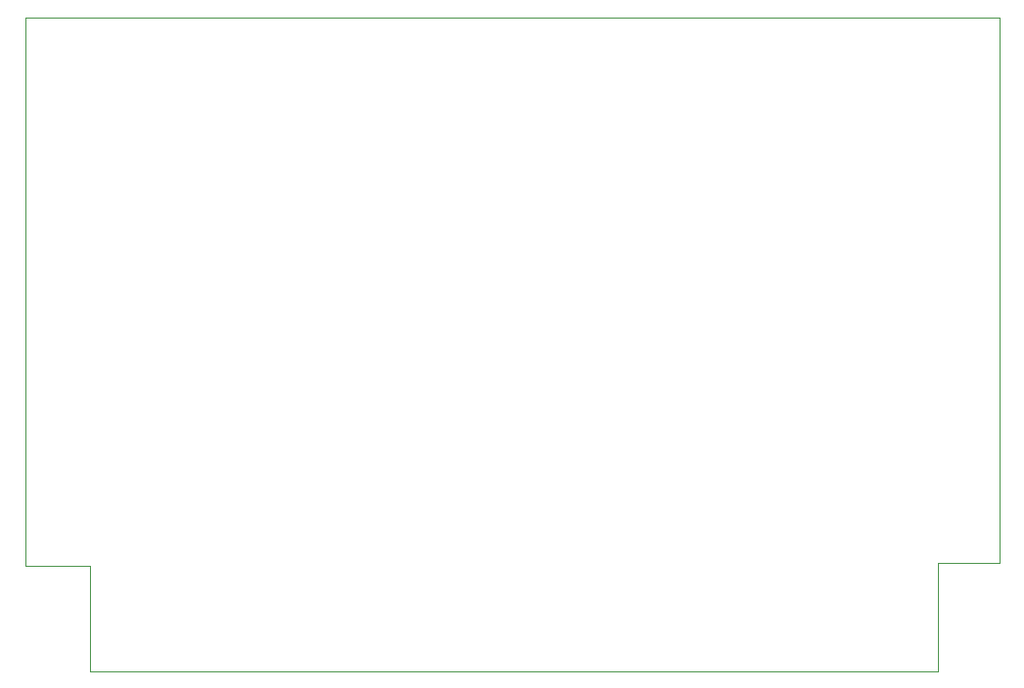
<source format=gbr>
%TF.GenerationSoftware,KiCad,Pcbnew,6.0.2+dfsg-1*%
%TF.CreationDate,2022-11-13T19:27:55+00:00*%
%TF.ProjectId,HDC,4844432e-6b69-4636-9164-5f7063625858,rev?*%
%TF.SameCoordinates,Original*%
%TF.FileFunction,Profile,NP*%
%FSLAX46Y46*%
G04 Gerber Fmt 4.6, Leading zero omitted, Abs format (unit mm)*
G04 Created by KiCad (PCBNEW 6.0.2+dfsg-1) date 2022-11-13 19:27:55*
%MOMM*%
%LPD*%
G01*
G04 APERTURE LIST*
%TA.AperFunction,Profile*%
%ADD10C,0.100000*%
%TD*%
G04 APERTURE END LIST*
D10*
X92964000Y-100330000D02*
X92964000Y-147828000D01*
X171958000Y-156972000D02*
X171958000Y-147574000D01*
X177292000Y-147574000D02*
X177292000Y-100330000D01*
X177292000Y-100330000D02*
X92964000Y-100330000D01*
X171958000Y-147574000D02*
X173736000Y-147574000D01*
X98552000Y-156972000D02*
X171958000Y-156972000D01*
X98552000Y-147828000D02*
X98552000Y-156972000D01*
X97028000Y-147828000D02*
X98552000Y-147828000D01*
X173736000Y-147574000D02*
X177292000Y-147574000D01*
X92964000Y-147828000D02*
X97028000Y-147828000D01*
M02*

</source>
